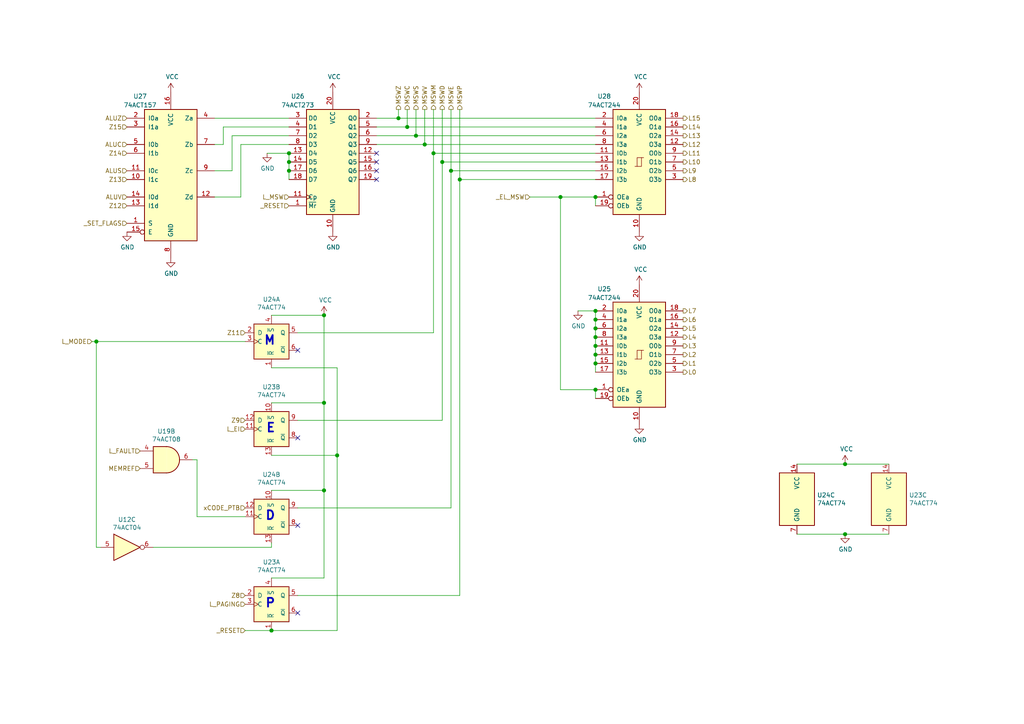
<source format=kicad_sch>
(kicad_sch (version 20200828) (generator eeschema)
  (page 7 7)
  (paper "A4")
  (lib_symbols
    (symbol "74xx:74LS04"
      (property "Reference" "U" (at 0 1.27 0))
      (property "Value" "74LS04" (at 0 -1.27 0))
      (symbol "74LS04_7_1"
        (rectangle (start -5.08 7.62) (end 5.08 -7.62) (stroke (width 0.254)) (fill (type background)))
      )
      (symbol "74LS04_1_0"
        (polyline (pts (xy -3.81 3.81) (xy -3.81 -3.81) (xy 3.81 0) (xy -3.81 3.81)) (stroke (width 0.254)) (fill (type background)))
        (pin input line (at -7.62 0 0) (length 3.81) (name "~") (number "1"))
        (pin output inverted (at 7.62 0 180) (length 3.81) (name "~") (number "2"))
      )
      (symbol "74LS04_2_0"
        (polyline (pts (xy -3.81 3.81) (xy -3.81 -3.81) (xy 3.81 0) (xy -3.81 3.81)) (stroke (width 0.254)) (fill (type background)))
        (pin input line (at -7.62 0 0) (length 3.81) (name "~") (number "3"))
        (pin output inverted (at 7.62 0 180) (length 3.81) (name "~") (number "4"))
      )
      (symbol "74LS04_3_0"
        (polyline (pts (xy -3.81 3.81) (xy -3.81 -3.81) (xy 3.81 0) (xy -3.81 3.81)) (stroke (width 0.254)) (fill (type background)))
        (pin input line (at -7.62 0 0) (length 3.81) (name "~") (number "5"))
        (pin output inverted (at 7.62 0 180) (length 3.81) (name "~") (number "6"))
      )
      (symbol "74LS04_4_0"
        (polyline (pts (xy -3.81 3.81) (xy -3.81 -3.81) (xy 3.81 0) (xy -3.81 3.81)) (stroke (width 0.254)) (fill (type background)))
        (pin output inverted (at 7.62 0 180) (length 3.81) (name "~") (number "8"))
        (pin input line (at -7.62 0 0) (length 3.81) (name "~") (number "9"))
      )
      (symbol "74LS04_5_0"
        (polyline (pts (xy -3.81 3.81) (xy -3.81 -3.81) (xy 3.81 0) (xy -3.81 3.81)) (stroke (width 0.254)) (fill (type background)))
        (pin output inverted (at 7.62 0 180) (length 3.81) (name "~") (number "10"))
        (pin input line (at -7.62 0 0) (length 3.81) (name "~") (number "11"))
      )
      (symbol "74LS04_6_0"
        (polyline (pts (xy -3.81 3.81) (xy -3.81 -3.81) (xy 3.81 0) (xy -3.81 3.81)) (stroke (width 0.254)) (fill (type background)))
        (pin output inverted (at 7.62 0 180) (length 3.81) (name "~") (number "12"))
        (pin input line (at -7.62 0 0) (length 3.81) (name "~") (number "13"))
      )
      (symbol "74LS04_7_0"
        (pin power_in line (at 0 12.7 270) (length 5.08) (name "VCC") (number "14"))
        (pin power_in line (at 0 -12.7 90) (length 5.08) (name "GND") (number "7"))
      )
    )
    (symbol "74xx:74LS08" (pin_names (offset 1.016))
      (property "Reference" "U" (at 0 1.27 0))
      (property "Value" "74LS08" (at 0 -1.27 0))
      (symbol "74LS08_1_1"
        (arc (start 0 -3.81) (end 0 3.81) (radius (at 0 0) (length 3.81) (angles -89.9 89.9)) (stroke (width 0.254)) (fill (type background)))
        (polyline (pts (xy 0 3.81) (xy -3.81 3.81) (xy -3.81 -3.81) (xy 0 -3.81)) (stroke (width 0.254)) (fill (type background)))
        (pin input line (at -7.62 2.54 0) (length 3.81) (name "~") (number "1"))
        (pin input line (at -7.62 -2.54 0) (length 3.81) (name "~") (number "2"))
        (pin output line (at 7.62 0 180) (length 3.81) (name "~") (number "3"))
      )
      (symbol "74LS08_2_1"
        (arc (start 0 -3.81) (end 0 3.81) (radius (at 0 0) (length 3.81) (angles -89.9 89.9)) (stroke (width 0.254)) (fill (type background)))
        (polyline (pts (xy 0 3.81) (xy -3.81 3.81) (xy -3.81 -3.81) (xy 0 -3.81)) (stroke (width 0.254)) (fill (type background)))
        (pin input line (at -7.62 2.54 0) (length 3.81) (name "~") (number "4"))
        (pin input line (at -7.62 -2.54 0) (length 3.81) (name "~") (number "5"))
        (pin output line (at 7.62 0 180) (length 3.81) (name "~") (number "6"))
      )
      (symbol "74LS08_3_1"
        (arc (start 0 -3.81) (end 0 3.81) (radius (at 0 0) (length 3.81) (angles -89.9 89.9)) (stroke (width 0.254)) (fill (type background)))
        (polyline (pts (xy 0 3.81) (xy -3.81 3.81) (xy -3.81 -3.81) (xy 0 -3.81)) (stroke (width 0.254)) (fill (type background)))
        (pin input line (at -7.62 -2.54 0) (length 3.81) (name "~") (number "10"))
        (pin output line (at 7.62 0 180) (length 3.81) (name "~") (number "8"))
        (pin input line (at -7.62 2.54 0) (length 3.81) (name "~") (number "9"))
      )
      (symbol "74LS08_4_1"
        (arc (start 0 -3.81) (end 0 3.81) (radius (at 0 0) (length 3.81) (angles -89.9 89.9)) (stroke (width 0.254)) (fill (type background)))
        (polyline (pts (xy 0 3.81) (xy -3.81 3.81) (xy -3.81 -3.81) (xy 0 -3.81)) (stroke (width 0.254)) (fill (type background)))
        (pin output line (at 7.62 0 180) (length 3.81) (name "~") (number "11"))
        (pin input line (at -7.62 2.54 0) (length 3.81) (name "~") (number "12"))
        (pin input line (at -7.62 -2.54 0) (length 3.81) (name "~") (number "13"))
      )
      (symbol "74LS08_1_2"
        (arc (start -3.81 3.81) (end -3.81 -3.81) (radius (at -9.144 0) (length 6.5532) (angles 35.4 -35.4)) (stroke (width 0.254)))
        (arc (start 3.81 0) (end -0.6096 3.81) (radius (at -1.1938 -1.3208) (length 5.1816) (angles 15 83.7)) (stroke (width 0.254)) (fill (type background)))
        (arc (start 3.81 0) (end -0.6096 -3.81) (radius (at -1.1938 1.3208) (length 5.1816) (angles -15 -83.7)) (stroke (width 0.254)) (fill (type background)))
        (polyline (pts (xy -3.81 -3.81) (xy -0.635 -3.81)) (stroke (width 0.254)) (fill (type background)))
        (polyline (pts (xy -3.81 3.81) (xy -0.635 3.81)) (stroke (width 0.254)) (fill (type background)))
        (polyline (pts (xy -0.635 3.81) (xy -3.81 3.81) (xy -3.81 3.81) (xy -3.556 3.4036) (xy -3.0226 2.2606) (xy -2.6924 1.0414) (xy -2.6162 -0.254) (xy -2.7686 -1.4986) (xy -3.175 -2.7178) (xy -3.81 -3.81) (xy -3.81 -3.81) (xy -0.635 -3.81)) (stroke (width -25.4)) (fill (type background)))
        (pin input inverted (at -7.62 2.54 0) (length 4.318) (name "~") (number "1"))
        (pin input inverted (at -7.62 -2.54 0) (length 4.318) (name "~") (number "2"))
        (pin output inverted (at 7.62 0 180) (length 3.81) (name "~") (number "3"))
      )
      (symbol "74LS08_2_2"
        (arc (start -3.81 3.81) (end -3.81 -3.81) (radius (at -9.144 0) (length 6.5532) (angles 35.4 -35.4)) (stroke (width 0.254)))
        (arc (start 3.81 0) (end -0.6096 3.81) (radius (at -1.1938 -1.3208) (length 5.1816) (angles 15 83.7)) (stroke (width 0.254)) (fill (type background)))
        (arc (start 3.81 0) (end -0.6096 -3.81) (radius (at -1.1938 1.3208) (length 5.1816) (angles -15 -83.7)) (stroke (width 0.254)) (fill (type background)))
        (polyline (pts (xy -3.81 -3.81) (xy -0.635 -3.81)) (stroke (width 0.254)) (fill (type background)))
        (polyline (pts (xy -3.81 3.81) (xy -0.635 3.81)) (stroke (width 0.254)) (fill (type background)))
        (polyline (pts (xy -0.635 3.81) (xy -3.81 3.81) (xy -3.81 3.81) (xy -3.556 3.4036) (xy -3.0226 2.2606) (xy -2.6924 1.0414) (xy -2.6162 -0.254) (xy -2.7686 -1.4986) (xy -3.175 -2.7178) (xy -3.81 -3.81) (xy -3.81 -3.81) (xy -0.635 -3.81)) (stroke (width -25.4)) (fill (type background)))
        (pin input inverted (at -7.62 2.54 0) (length 4.318) (name "~") (number "4"))
        (pin input inverted (at -7.62 -2.54 0) (length 4.318) (name "~") (number "5"))
        (pin output inverted (at 7.62 0 180) (length 3.81) (name "~") (number "6"))
      )
      (symbol "74LS08_3_2"
        (arc (start -3.81 3.81) (end -3.81 -3.81) (radius (at -9.144 0) (length 6.5532) (angles 35.4 -35.4)) (stroke (width 0.254)))
        (arc (start 3.81 0) (end -0.6096 3.81) (radius (at -1.1938 -1.3208) (length 5.1816) (angles 15 83.7)) (stroke (width 0.254)) (fill (type background)))
        (arc (start 3.81 0) (end -0.6096 -3.81) (radius (at -1.1938 1.3208) (length 5.1816) (angles -15 -83.7)) (stroke (width 0.254)) (fill (type background)))
        (polyline (pts (xy -3.81 -3.81) (xy -0.635 -3.81)) (stroke (width 0.254)) (fill (type background)))
        (polyline (pts (xy -3.81 3.81) (xy -0.635 3.81)) (stroke (width 0.254)) (fill (type background)))
        (polyline (pts (xy -0.635 3.81) (xy -3.81 3.81) (xy -3.81 3.81) (xy -3.556 3.4036) (xy -3.0226 2.2606) (xy -2.6924 1.0414) (xy -2.6162 -0.254) (xy -2.7686 -1.4986) (xy -3.175 -2.7178) (xy -3.81 -3.81) (xy -3.81 -3.81) (xy -0.635 -3.81)) (stroke (width -25.4)) (fill (type background)))
        (pin input inverted (at -7.62 -2.54 0) (length 4.318) (name "~") (number "10"))
        (pin output inverted (at 7.62 0 180) (length 3.81) (name "~") (number "8"))
        (pin input inverted (at -7.62 2.54 0) (length 4.318) (name "~") (number "9"))
      )
      (symbol "74LS08_4_2"
        (arc (start -3.81 3.81) (end -3.81 -3.81) (radius (at -9.144 0) (length 6.5532) (angles 35.4 -35.4)) (stroke (width 0.254)))
        (arc (start 3.81 0) (end -0.6096 3.81) (radius (at -1.1938 -1.3208) (length 5.1816) (angles 15 83.7)) (stroke (width 0.254)) (fill (type background)))
        (arc (start 3.81 0) (end -0.6096 -3.81) (radius (at -1.1938 1.3208) (length 5.1816) (angles -15 -83.7)) (stroke (width 0.254)) (fill (type background)))
        (polyline (pts (xy -3.81 -3.81) (xy -0.635 -3.81)) (stroke (width 0.254)) (fill (type background)))
        (polyline (pts (xy -3.81 3.81) (xy -0.635 3.81)) (stroke (width 0.254)) (fill (type background)))
        (polyline (pts (xy -0.635 3.81) (xy -3.81 3.81) (xy -3.81 3.81) (xy -3.556 3.4036) (xy -3.0226 2.2606) (xy -2.6924 1.0414) (xy -2.6162 -0.254) (xy -2.7686 -1.4986) (xy -3.175 -2.7178) (xy -3.81 -3.81) (xy -3.81 -3.81) (xy -0.635 -3.81)) (stroke (width -25.4)) (fill (type background)))
        (pin output inverted (at 7.62 0 180) (length 3.81) (name "~") (number "11"))
        (pin input inverted (at -7.62 2.54 0) (length 4.318) (name "~") (number "12"))
        (pin input inverted (at -7.62 -2.54 0) (length 4.318) (name "~") (number "13"))
      )
      (symbol "74LS08_5_1"
        (rectangle (start -5.08 7.62) (end 5.08 -7.62) (stroke (width 0.254)) (fill (type background)))
      )
      (symbol "74LS08_5_0"
        (pin power_in line (at 0 12.7 270) (length 5.08) (name "VCC") (number "14"))
        (pin power_in line (at 0 -12.7 90) (length 5.08) (name "GND") (number "7"))
      )
    )
    (symbol "74xx:74LS157" (pin_names (offset 1.016))
      (property "Reference" "U" (at -7.62 19.05 0))
      (property "Value" "74LS157" (at -7.62 -21.59 0))
      (symbol "74LS157_1_1"
        (rectangle (start -7.62 17.78) (end 7.62 -20.32) (stroke (width 0.254)) (fill (type background)))
      )
      (symbol "74LS157_1_0"
        (pin input line (at -12.7 -15.24 0) (length 5.08) (name "S") (number "1"))
        (pin input line (at -12.7 -2.54 0) (length 5.08) (name "I1c") (number "10"))
        (pin input line (at -12.7 0 0) (length 5.08) (name "I0c") (number "11"))
        (pin output line (at 12.7 -7.62 180) (length 5.08) (name "Zd") (number "12"))
        (pin input line (at -12.7 -10.16 0) (length 5.08) (name "I1d") (number "13"))
        (pin input line (at -12.7 -7.62 0) (length 5.08) (name "I0d") (number "14"))
        (pin input inverted (at -12.7 -17.78 0) (length 5.08) (name "E") (number "15"))
        (pin power_in line (at 0 22.86 270) (length 5.08) (name "VCC") (number "16"))
        (pin input line (at -12.7 15.24 0) (length 5.08) (name "I0a") (number "2"))
        (pin input line (at -12.7 12.7 0) (length 5.08) (name "I1a") (number "3"))
        (pin output line (at 12.7 15.24 180) (length 5.08) (name "Za") (number "4"))
        (pin input line (at -12.7 7.62 0) (length 5.08) (name "I0b") (number "5"))
        (pin input line (at -12.7 5.08 0) (length 5.08) (name "I1b") (number "6"))
        (pin output line (at 12.7 7.62 180) (length 5.08) (name "Zb") (number "7"))
        (pin power_in line (at 0 -25.4 90) (length 5.08) (name "GND") (number "8"))
        (pin output line (at 12.7 0 180) (length 5.08) (name "Zc") (number "9"))
      )
    )
    (symbol "74xx:74LS244" (pin_names (offset 1.016))
      (property "Reference" "U" (at -7.62 16.51 0))
      (property "Value" "74LS244" (at -7.62 -16.51 0))
      (symbol "74LS244_1_1"
        (rectangle (start -7.62 15.24) (end 7.62 -15.24) (stroke (width 0.254)) (fill (type background)))
      )
      (symbol "74LS244_1_0"
        (polyline (pts (xy -0.635 -1.27) (xy -0.635 1.27) (xy 0.635 1.27)))
        (polyline (pts (xy -1.27 -1.27) (xy 0.635 -1.27) (xy 0.635 1.27) (xy 1.27 1.27)))
        (pin input inverted (at -12.7 -10.16 0) (length 5.08) (name "OEa") (number "1"))
        (pin power_in line (at 0 -20.32 90) (length 5.08) (name "GND") (number "10"))
        (pin input line (at -12.7 2.54 0) (length 5.08) (name "I0b") (number "11"))
        (pin tri_state line (at 12.7 5.08 180) (length 5.08) (name "O3a") (number "12"))
        (pin input line (at -12.7 0 0) (length 5.08) (name "I1b") (number "13"))
        (pin tri_state line (at 12.7 7.62 180) (length 5.08) (name "O2a") (number "14"))
        (pin input line (at -12.7 -2.54 0) (length 5.08) (name "I2b") (number "15"))
        (pin tri_state line (at 12.7 10.16 180) (length 5.08) (name "O1a") (number "16"))
        (pin input line (at -12.7 -5.08 0) (length 5.08) (name "I3b") (number "17"))
        (pin tri_state line (at 12.7 12.7 180) (length 5.08) (name "O0a") (number "18"))
        (pin input inverted (at -12.7 -12.7 0) (length 5.08) (name "OEb") (number "19"))
        (pin input line (at -12.7 12.7 0) (length 5.08) (name "I0a") (number "2"))
        (pin power_in line (at 0 20.32 270) (length 5.08) (name "VCC") (number "20"))
        (pin tri_state line (at 12.7 -5.08 180) (length 5.08) (name "O3b") (number "3"))
        (pin input line (at -12.7 10.16 0) (length 5.08) (name "I1a") (number "4"))
        (pin tri_state line (at 12.7 -2.54 180) (length 5.08) (name "O2b") (number "5"))
        (pin input line (at -12.7 7.62 0) (length 5.08) (name "I2a") (number "6"))
        (pin tri_state line (at 12.7 0 180) (length 5.08) (name "O1b") (number "7"))
        (pin input line (at -12.7 5.08 0) (length 5.08) (name "I3a") (number "8"))
        (pin tri_state line (at 12.7 2.54 180) (length 5.08) (name "O0b") (number "9"))
      )
    )
    (symbol "74xx:74LS273"
      (property "Reference" "U" (at -7.62 16.51 0))
      (property "Value" "74LS273" (at -7.62 -16.51 0))
      (symbol "74LS273_1_1"
        (rectangle (start -7.62 15.24) (end 7.62 -15.24) (stroke (width 0.254)) (fill (type background)))
      )
      (symbol "74LS273_1_0"
        (pin input line (at -12.7 -12.7 0) (length 5.08) (name "~Mr") (number "1"))
        (pin power_in line (at 0 -20.32 90) (length 5.08) (name "GND") (number "10"))
        (pin input clock (at -12.7 -10.16 0) (length 5.08) (name "Cp") (number "11"))
        (pin output line (at 12.7 2.54 180) (length 5.08) (name "Q4") (number "12"))
        (pin input line (at -12.7 2.54 0) (length 5.08) (name "D4") (number "13"))
        (pin input line (at -12.7 0 0) (length 5.08) (name "D5") (number "14"))
        (pin output line (at 12.7 0 180) (length 5.08) (name "Q5") (number "15"))
        (pin output line (at 12.7 -2.54 180) (length 5.08) (name "Q6") (number "16"))
        (pin input line (at -12.7 -2.54 0) (length 5.08) (name "D6") (number "17"))
        (pin input line (at -12.7 -5.08 0) (length 5.08) (name "D7") (number "18"))
        (pin output line (at 12.7 -5.08 180) (length 5.08) (name "Q7") (number "19"))
        (pin output line (at 12.7 12.7 180) (length 5.08) (name "Q0") (number "2"))
        (pin power_in line (at 0 20.32 270) (length 5.08) (name "VCC") (number "20"))
        (pin input line (at -12.7 12.7 0) (length 5.08) (name "D0") (number "3"))
        (pin input line (at -12.7 10.16 0) (length 5.08) (name "D1") (number "4"))
        (pin output line (at 12.7 10.16 180) (length 5.08) (name "Q1") (number "5"))
        (pin output line (at 12.7 7.62 180) (length 5.08) (name "Q2") (number "6"))
        (pin input line (at -12.7 7.62 0) (length 5.08) (name "D2") (number "7"))
        (pin input line (at -12.7 5.08 0) (length 5.08) (name "D3") (number "8"))
        (pin output line (at 12.7 5.08 180) (length 5.08) (name "Q3") (number "9"))
      )
    )
    (symbol "74xx:74LS74" (pin_names (offset 1.016))
      (property "Reference" "U" (at -7.62 8.89 0))
      (property "Value" "74LS74" (at -7.62 -8.89 0))
      (symbol "74LS74_1_1"
        (rectangle (start -5.08 5.08) (end 5.08 -5.08) (stroke (width 0.254)) (fill (type background)))
      )
      (symbol "74LS74_2_1"
        (rectangle (start -5.08 5.08) (end 5.08 -5.08) (stroke (width 0.254)) (fill (type background)))
      )
      (symbol "74LS74_3_1"
        (rectangle (start -5.08 7.62) (end 5.08 -7.62) (stroke (width 0.254)) (fill (type background)))
      )
      (symbol "74LS74_1_0"
        (pin input line (at 0 -7.62 90) (length 2.54) (name "~R") (number "1"))
        (pin input line (at -7.62 2.54 0) (length 2.54) (name "D") (number "2"))
        (pin input clock (at -7.62 0 0) (length 2.54) (name "C") (number "3"))
        (pin input line (at 0 7.62 270) (length 2.54) (name "~S") (number "4"))
        (pin output line (at 7.62 2.54 180) (length 2.54) (name "Q") (number "5"))
        (pin output line (at 7.62 -2.54 180) (length 2.54) (name "~Q") (number "6"))
      )
      (symbol "74LS74_2_0"
        (pin input line (at 0 7.62 270) (length 2.54) (name "~S") (number "10"))
        (pin input clock (at -7.62 0 0) (length 2.54) (name "C") (number "11"))
        (pin input line (at -7.62 2.54 0) (length 2.54) (name "D") (number "12"))
        (pin input line (at 0 -7.62 90) (length 2.54) (name "~R") (number "13"))
        (pin output line (at 7.62 -2.54 180) (length 2.54) (name "~Q") (number "8"))
        (pin output line (at 7.62 2.54 180) (length 2.54) (name "Q") (number "9"))
      )
      (symbol "74LS74_3_0"
        (pin power_in line (at 0 10.16 270) (length 2.54) (name "VCC") (number "14"))
        (pin power_in line (at 0 -10.16 90) (length 2.54) (name "GND") (number "7"))
      )
    )
    (symbol "power:GND" (power) (pin_names (offset 0))
      (property "Value" "GND" (at 0 -3.81 0))
      (symbol "GND_0_1"
        (polyline (pts (xy 0 0) (xy 0 -1.27) (xy 1.27 -1.27) (xy 0 -2.54) (xy -1.27 -1.27) (xy 0 -1.27)))
      )
      (symbol "GND_1_1"
        (pin power_in line (at 0 0 270) (length 0) hide (name "GND") (number "1"))
      )
    )
    (symbol "power:VCC" (power) (pin_names (offset 0))
      (property "Value" "VCC" (at 0 3.81 0))
      (symbol "VCC_0_1"
        (polyline (pts (xy -0.762 1.27) (xy 0 2.54)))
        (polyline (pts (xy 0 0) (xy 0 2.54)))
        (polyline (pts (xy 0 2.54) (xy 0.762 1.27)))
      )
      (symbol "VCC_1_1"
        (pin power_in line (at 0 0 90) (length 0) hide (name "VCC") (number "1"))
      )
    )
  )
  (junction (at 27.94 99.06) (diameter 1.016))
  (junction (at 78.74 182.88) (diameter 1.016))
  (junction (at 83.82 44.45) (diameter 1.016))
  (junction (at 83.82 46.99) (diameter 1.016))
  (junction (at 83.82 49.53) (diameter 1.016))
  (junction (at 93.98 91.44) (diameter 1.016))
  (junction (at 93.98 116.84) (diameter 1.016))
  (junction (at 93.98 142.24) (diameter 1.016))
  (junction (at 97.79 132.08) (diameter 1.016))
  (junction (at 115.57 34.29) (diameter 1.016))
  (junction (at 118.11 36.83) (diameter 1.016))
  (junction (at 120.65 39.37) (diameter 1.016))
  (junction (at 123.19 41.91) (diameter 1.016))
  (junction (at 125.73 44.45) (diameter 1.016))
  (junction (at 128.27 46.99) (diameter 1.016))
  (junction (at 130.81 49.53) (diameter 1.016))
  (junction (at 133.35 52.07) (diameter 1.016))
  (junction (at 162.56 57.15) (diameter 1.016))
  (junction (at 172.72 57.15) (diameter 1.016))
  (junction (at 172.72 90.17) (diameter 1.016))
  (junction (at 172.72 92.71) (diameter 1.016))
  (junction (at 172.72 95.25) (diameter 1.016))
  (junction (at 172.72 97.79) (diameter 1.016))
  (junction (at 172.72 100.33) (diameter 1.016))
  (junction (at 172.72 102.87) (diameter 1.016))
  (junction (at 172.72 105.41) (diameter 1.016))
  (junction (at 172.72 113.03) (diameter 1.016))
  (junction (at 245.11 134.62) (diameter 1.016))
  (junction (at 245.11 154.94) (diameter 1.016))
  (no_connect (at 109.22 44.45))
  (no_connect (at 86.36 101.6))
  (no_connect (at 109.22 52.07))
  (no_connect (at 86.36 177.8))
  (no_connect (at 86.36 127))
  (no_connect (at 86.36 152.4))
  (no_connect (at 109.22 46.99))
  (no_connect (at 109.22 49.53))
  (wire (pts (xy 27.94 99.06) (xy 26.67 99.06)))
  (wire (pts (xy 27.94 99.06) (xy 71.12 99.06)))
  (wire (pts (xy 27.94 158.75) (xy 27.94 99.06)))
  (wire (pts (xy 29.21 158.75) (xy 27.94 158.75)))
  (wire (pts (xy 44.45 158.75) (xy 78.74 158.75)))
  (wire (pts (xy 55.88 133.35) (xy 57.15 133.35)))
  (wire (pts (xy 57.15 133.35) (xy 57.15 149.86)))
  (wire (pts (xy 57.15 149.86) (xy 71.12 149.86)))
  (wire (pts (xy 62.23 34.29) (xy 83.82 34.29)))
  (wire (pts (xy 62.23 41.91) (xy 64.77 41.91)))
  (wire (pts (xy 62.23 49.53) (xy 67.31 49.53)))
  (wire (pts (xy 62.23 57.15) (xy 69.85 57.15)))
  (wire (pts (xy 64.77 36.83) (xy 83.82 36.83)))
  (wire (pts (xy 64.77 41.91) (xy 64.77 36.83)))
  (wire (pts (xy 67.31 39.37) (xy 83.82 39.37)))
  (wire (pts (xy 67.31 49.53) (xy 67.31 39.37)))
  (wire (pts (xy 69.85 41.91) (xy 69.85 57.15)))
  (wire (pts (xy 69.85 41.91) (xy 83.82 41.91)))
  (wire (pts (xy 78.74 91.44) (xy 93.98 91.44)))
  (wire (pts (xy 78.74 106.68) (xy 97.79 106.68)))
  (wire (pts (xy 78.74 158.75) (xy 78.74 157.48)))
  (wire (pts (xy 78.74 182.88) (xy 71.12 182.88)))
  (wire (pts (xy 83.82 44.45) (xy 77.47 44.45)))
  (wire (pts (xy 83.82 44.45) (xy 83.82 46.99)))
  (wire (pts (xy 83.82 46.99) (xy 83.82 49.53)))
  (wire (pts (xy 83.82 49.53) (xy 83.82 52.07)))
  (wire (pts (xy 86.36 96.52) (xy 125.73 96.52)))
  (wire (pts (xy 86.36 121.92) (xy 128.27 121.92)))
  (wire (pts (xy 86.36 147.32) (xy 130.81 147.32)))
  (wire (pts (xy 86.36 172.72) (xy 133.35 172.72)))
  (wire (pts (xy 93.98 91.44) (xy 93.98 116.84)))
  (wire (pts (xy 93.98 116.84) (xy 78.74 116.84)))
  (wire (pts (xy 93.98 116.84) (xy 93.98 142.24)))
  (wire (pts (xy 93.98 142.24) (xy 78.74 142.24)))
  (wire (pts (xy 93.98 142.24) (xy 93.98 167.64)))
  (wire (pts (xy 93.98 167.64) (xy 78.74 167.64)))
  (wire (pts (xy 97.79 106.68) (xy 97.79 132.08)))
  (wire (pts (xy 97.79 132.08) (xy 78.74 132.08)))
  (wire (pts (xy 97.79 132.08) (xy 97.79 182.88)))
  (wire (pts (xy 97.79 182.88) (xy 78.74 182.88)))
  (wire (pts (xy 109.22 34.29) (xy 115.57 34.29)))
  (wire (pts (xy 109.22 36.83) (xy 118.11 36.83)))
  (wire (pts (xy 109.22 39.37) (xy 120.65 39.37)))
  (wire (pts (xy 109.22 41.91) (xy 123.19 41.91)))
  (wire (pts (xy 115.57 34.29) (xy 115.57 31.75)))
  (wire (pts (xy 115.57 34.29) (xy 172.72 34.29)))
  (wire (pts (xy 118.11 36.83) (xy 118.11 31.75)))
  (wire (pts (xy 118.11 36.83) (xy 172.72 36.83)))
  (wire (pts (xy 120.65 39.37) (xy 120.65 31.75)))
  (wire (pts (xy 120.65 39.37) (xy 172.72 39.37)))
  (wire (pts (xy 123.19 41.91) (xy 123.19 31.75)))
  (wire (pts (xy 123.19 41.91) (xy 172.72 41.91)))
  (wire (pts (xy 125.73 44.45) (xy 125.73 31.75)))
  (wire (pts (xy 125.73 44.45) (xy 172.72 44.45)))
  (wire (pts (xy 125.73 96.52) (xy 125.73 44.45)))
  (wire (pts (xy 128.27 46.99) (xy 128.27 31.75)))
  (wire (pts (xy 128.27 46.99) (xy 172.72 46.99)))
  (wire (pts (xy 128.27 121.92) (xy 128.27 46.99)))
  (wire (pts (xy 130.81 49.53) (xy 130.81 31.75)))
  (wire (pts (xy 130.81 49.53) (xy 172.72 49.53)))
  (wire (pts (xy 130.81 147.32) (xy 130.81 49.53)))
  (wire (pts (xy 133.35 52.07) (xy 133.35 31.75)))
  (wire (pts (xy 133.35 52.07) (xy 172.72 52.07)))
  (wire (pts (xy 133.35 172.72) (xy 133.35 52.07)))
  (wire (pts (xy 162.56 57.15) (xy 153.67 57.15)))
  (wire (pts (xy 162.56 113.03) (xy 162.56 57.15)))
  (wire (pts (xy 172.72 57.15) (xy 162.56 57.15)))
  (wire (pts (xy 172.72 57.15) (xy 172.72 59.69)))
  (wire (pts (xy 172.72 90.17) (xy 167.64 90.17)))
  (wire (pts (xy 172.72 90.17) (xy 172.72 92.71)))
  (wire (pts (xy 172.72 92.71) (xy 172.72 95.25)))
  (wire (pts (xy 172.72 95.25) (xy 172.72 97.79)))
  (wire (pts (xy 172.72 97.79) (xy 172.72 100.33)))
  (wire (pts (xy 172.72 100.33) (xy 172.72 102.87)))
  (wire (pts (xy 172.72 102.87) (xy 172.72 105.41)))
  (wire (pts (xy 172.72 105.41) (xy 172.72 107.95)))
  (wire (pts (xy 172.72 113.03) (xy 162.56 113.03)))
  (wire (pts (xy 172.72 113.03) (xy 172.72 115.57)))
  (wire (pts (xy 231.14 134.62) (xy 245.11 134.62)))
  (wire (pts (xy 231.14 154.94) (xy 245.11 154.94)))
  (wire (pts (xy 245.11 134.62) (xy 257.81 134.62)))
  (wire (pts (xy 245.11 154.94) (xy 257.81 154.94)))
  (text "M" (at 80.01 100.33 180) (effects (font (size 2.54 2.54) (thickness 0.508) bold) (justify right bottom)))
  (text "E" (at 80.01 125.73 180) (effects (font (size 2.54 2.54) (thickness 0.508) bold) (justify right bottom)))
  (text "D" (at 80.01 151.13 180) (effects (font (size 2.54 2.54) (thickness 0.508) bold) (justify right bottom)))
  (text "P" (at 80.01 176.53 180) (effects (font (size 2.54 2.54) (thickness 0.508) bold) (justify right bottom)))
  (hierarchical_label "L_MODE" (shape input) (at 26.67 99.06 180))
  (hierarchical_label "ALUZ" (shape input) (at 36.83 34.29 180))
  (hierarchical_label "Z15" (shape input) (at 36.83 36.83 180))
  (hierarchical_label "ALUC" (shape input) (at 36.83 41.91 180))
  (hierarchical_label "Z14" (shape input) (at 36.83 44.45 180))
  (hierarchical_label "ALUS" (shape input) (at 36.83 49.53 180))
  (hierarchical_label "Z13" (shape input) (at 36.83 52.07 180))
  (hierarchical_label "ALUV" (shape input) (at 36.83 57.15 180))
  (hierarchical_label "Z12" (shape input) (at 36.83 59.69 180))
  (hierarchical_label "_SET_FLAGS" (shape input) (at 36.83 64.77 180))
  (hierarchical_label "L_FAULT" (shape input) (at 40.64 130.81 180))
  (hierarchical_label "MEMREF" (shape input) (at 40.64 135.89 180))
  (hierarchical_label "Z11" (shape input) (at 71.12 96.52 180))
  (hierarchical_label "Z9" (shape input) (at 71.12 121.92 180))
  (hierarchical_label "L_EI" (shape input) (at 71.12 124.46 180))
  (hierarchical_label "xCODE_PTB" (shape input) (at 71.12 147.32 180))
  (hierarchical_label "Z8" (shape input) (at 71.12 172.72 180))
  (hierarchical_label "L_PAGING" (shape input) (at 71.12 175.26 180))
  (hierarchical_label "_RESET" (shape input) (at 71.12 182.88 180))
  (hierarchical_label "L_MSW" (shape input) (at 83.82 57.15 180))
  (hierarchical_label "_RESET" (shape input) (at 83.82 59.69 180))
  (hierarchical_label "MSWZ" (shape output) (at 115.57 31.75 90))
  (hierarchical_label "MSWC" (shape output) (at 118.11 31.75 90))
  (hierarchical_label "MSWS" (shape output) (at 120.65 31.75 90))
  (hierarchical_label "MSWV" (shape output) (at 123.19 31.75 90))
  (hierarchical_label "MSWM" (shape output) (at 125.73 31.75 90))
  (hierarchical_label "MSWD" (shape output) (at 128.27 31.75 90))
  (hierarchical_label "MSWE" (shape output) (at 130.81 31.75 90))
  (hierarchical_label "MSWP" (shape output) (at 133.35 31.75 90))
  (hierarchical_label "_EL_MSW" (shape input) (at 153.67 57.15 180))
  (hierarchical_label "L15" (shape output) (at 198.12 34.29 0))
  (hierarchical_label "L14" (shape output) (at 198.12 36.83 0))
  (hierarchical_label "L13" (shape output) (at 198.12 39.37 0))
  (hierarchical_label "L12" (shape output) (at 198.12 41.91 0))
  (hierarchical_label "L11" (shape output) (at 198.12 44.45 0))
  (hierarchical_label "L10" (shape output) (at 198.12 46.99 0))
  (hierarchical_label "L9" (shape output) (at 198.12 49.53 0))
  (hierarchical_label "L8" (shape output) (at 198.12 52.07 0))
  (hierarchical_label "L7" (shape output) (at 198.12 90.17 0))
  (hierarchical_label "L6" (shape output) (at 198.12 92.71 0))
  (hierarchical_label "L5" (shape output) (at 198.12 95.25 0))
  (hierarchical_label "L4" (shape output) (at 198.12 97.79 0))
  (hierarchical_label "L3" (shape output) (at 198.12 100.33 0))
  (hierarchical_label "L2" (shape output) (at 198.12 102.87 0))
  (hierarchical_label "L1" (shape output) (at 198.12 105.41 0))
  (hierarchical_label "L0" (shape output) (at 198.12 107.95 0))
  (symbol (lib_id "power:VCC") (at 49.53 26.67 0) (unit 1)
    (property "Reference" "#PWR0245" (effects hide))
    (property "Value" "VCC" (at 49.9618 22.2758 0))
  )
  (symbol (lib_id "power:VCC") (at 93.98 91.44 0) (unit 1)
    (property "Reference" "#PWR0253" (effects hide))
    (property "Value" "VCC" (at 94.4118 87.0458 0))
  )
  (symbol (lib_id "power:VCC") (at 96.52 26.67 0) (unit 1)
    (property "Reference" "#PWR0248" (effects hide))
    (property "Value" "VCC" (at 96.9518 22.2758 0))
  )
  (symbol (lib_id "power:VCC") (at 185.42 26.67 0) (unit 1)
    (property "Reference" "#PWR0254" (effects hide))
    (property "Value" "VCC" (at 185.8518 22.2758 0))
  )
  (symbol (lib_id "power:VCC") (at 185.42 82.55 0) (unit 1)
    (property "Reference" "#PWR0256" (effects hide))
    (property "Value" "VCC" (at 185.8518 78.1558 0))
  )
  (symbol (lib_id "power:VCC") (at 245.11 134.62 0) (unit 1)
    (property "Reference" "#PWR0252" (effects hide))
    (property "Value" "VCC" (at 245.5418 130.2258 0))
  )
  (symbol (lib_id "power:GND") (at 36.83 67.31 0) (unit 1)
    (property "Reference" "#PWR0247" (effects hide))
    (property "Value" "GND" (at 36.957 71.7042 0))
  )
  (symbol (lib_id "power:GND") (at 49.53 74.93 0) (unit 1)
    (property "Reference" "#PWR0246" (effects hide))
    (property "Value" "GND" (at 49.657 79.3242 0))
  )
  (symbol (lib_id "power:GND") (at 77.47 44.45 0) (unit 1)
    (property "Reference" "#PWR0250" (effects hide))
    (property "Value" "GND" (at 77.597 48.8442 0))
  )
  (symbol (lib_id "power:GND") (at 96.52 67.31 0) (unit 1)
    (property "Reference" "#PWR0249" (effects hide))
    (property "Value" "GND" (at 96.647 71.7042 0))
  )
  (symbol (lib_id "power:GND") (at 167.64 90.17 0) (unit 1)
    (property "Reference" "#PWR0258" (effects hide))
    (property "Value" "GND" (at 167.767 94.5642 0))
  )
  (symbol (lib_id "power:GND") (at 185.42 67.31 0) (unit 1)
    (property "Reference" "#PWR0255" (effects hide))
    (property "Value" "GND" (at 185.547 71.7042 0))
  )
  (symbol (lib_id "power:GND") (at 185.42 123.19 0) (unit 1)
    (property "Reference" "#PWR0257" (effects hide))
    (property "Value" "GND" (at 185.547 127.5842 0))
  )
  (symbol (lib_id "power:GND") (at 245.11 154.94 0) (unit 1)
    (property "Reference" "#PWR0251" (effects hide))
    (property "Value" "GND" (at 245.237 159.3342 0))
  )
  (symbol (lib_id "74xx:74LS04") (at 36.83 158.75 0) (unit 3)
    (property "Reference" "U12" (at 36.83 150.6982 0))
    (property "Value" "74ACT04" (at 36.83 153.01 0))
    (property "Footprint" "Package_SO:SOIC-14_3.9x8.7mm_P1.27mm" (effects hide))
    (property "Datasheet" "http://www.ti.com/lit/gpn/sn74LS04" (effects hide))
  )
  (symbol (lib_id "74xx:74LS08") (at 48.26 133.35 0) (unit 2)
    (property "Reference" "U19" (at 48.26 125.095 0))
    (property "Value" "74ACT08" (at 48.26 127.406 0))
    (property "Footprint" "Package_SO:SOIC-14_3.9x8.7mm_P1.27mm" (effects hide))
    (property "Datasheet" "http://www.ti.com/lit/gpn/sn74LS08" (effects hide))
  )
  (symbol (lib_id "74xx:74LS74") (at 231.14 144.78 0) (unit 3)
    (property "Reference" "U24" (at 236.982 143.6116 0) (effects (justify left)))
    (property "Value" "74ACT74" (at 236.982 145.923 0) (effects (justify left)))
    (property "Footprint" "Package_SO:SOIC-14_3.9x8.7mm_P1.27mm" (effects hide))
    (property "Datasheet" "74xx/74hc_hct74.pdf" (effects hide))
  )
  (symbol (lib_id "74xx:74LS74") (at 257.81 144.78 0) (unit 3)
    (property "Reference" "U23" (at 263.652 143.6116 0) (effects (justify left)))
    (property "Value" "74ACT74" (at 263.652 145.923 0) (effects (justify left)))
    (property "Footprint" "Package_SO:SOIC-14_3.9x8.7mm_P1.27mm" (effects hide))
    (property "Datasheet" "74xx/74hc_hct74.pdf" (effects hide))
  )
  (symbol (lib_id "74xx:74LS74") (at 78.74 99.06 0) (unit 1)
    (property "Reference" "U24" (at 78.74 86.8426 0))
    (property "Value" "74ACT74" (at 78.74 89.154 0))
    (property "Footprint" "Package_SO:SOIC-14_3.9x8.7mm_P1.27mm" (effects hide))
    (property "Datasheet" "74xx/74hc_hct74.pdf" (effects hide))
  )
  (symbol (lib_id "74xx:74LS74") (at 78.74 124.46 0) (unit 2)
    (property "Reference" "U23" (at 78.74 112.2426 0))
    (property "Value" "74ACT74" (at 78.74 114.554 0))
    (property "Footprint" "Package_SO:SOIC-14_3.9x8.7mm_P1.27mm" (effects hide))
    (property "Datasheet" "74xx/74hc_hct74.pdf" (effects hide))
  )
  (symbol (lib_id "74xx:74LS74") (at 78.74 149.86 0) (unit 2)
    (property "Reference" "U24" (at 78.74 137.6426 0))
    (property "Value" "74ACT74" (at 78.74 139.954 0))
    (property "Footprint" "Package_SO:SOIC-14_3.9x8.7mm_P1.27mm" (effects hide))
    (property "Datasheet" "74xx/74hc_hct74.pdf" (effects hide))
  )
  (symbol (lib_id "74xx:74LS74") (at 78.74 175.26 0) (unit 1)
    (property "Reference" "U23" (at 78.74 163.0426 0))
    (property "Value" "74ACT74" (at 78.74 165.354 0))
    (property "Footprint" "Package_SO:SOIC-14_3.9x8.7mm_P1.27mm" (effects hide))
    (property "Datasheet" "74xx/74hc_hct74.pdf" (effects hide))
  )
  (symbol (lib_id "74xx:74LS273") (at 96.52 46.99 0) (unit 1)
    (property "Reference" "U26" (at 86.36 27.94 0))
    (property "Value" "74ACT273" (at 86.36 30.48 0))
    (property "Footprint" "Package_SO:SOIC-20W_7.5x12.8mm_P1.27mm" (effects hide))
    (property "Datasheet" "http://www.ti.com/lit/gpn/sn74LS273" (effects hide))
  )
  (symbol (lib_id "74xx:74LS244") (at 185.42 46.99 0) (unit 1)
    (property "Reference" "U28" (at 175.26 27.94 0))
    (property "Value" "74ACT244" (at 175.26 30.48 0))
    (property "Footprint" "Package_SO:SOIC-20W_7.5x12.8mm_P1.27mm" (effects hide))
    (property "Datasheet" "http://www.ti.com/lit/gpn/sn74LS244" (effects hide))
  )
  (symbol (lib_id "74xx:74LS244") (at 185.42 102.87 0) (unit 1)
    (property "Reference" "U25" (at 175.26 83.82 0))
    (property "Value" "74ACT244" (at 175.26 86.36 0))
    (property "Footprint" "Package_SO:SOIC-20W_7.5x12.8mm_P1.27mm" (effects hide))
    (property "Datasheet" "http://www.ti.com/lit/gpn/sn74LS244" (effects hide))
  )
  (symbol (lib_id "74xx:74LS157") (at 49.53 49.53 0) (unit 1)
    (property "Reference" "U27" (at 40.64 27.94 0))
    (property "Value" "74ACT157" (at 40.64 30.48 0))
    (property "Footprint" "Package_SO:SOIC-16_3.9x9.9mm_P1.27mm" (effects hide))
    (property "Datasheet" "http://www.ti.com/lit/gpn/sn74LS157" (effects hide))
  )
)
</source>
